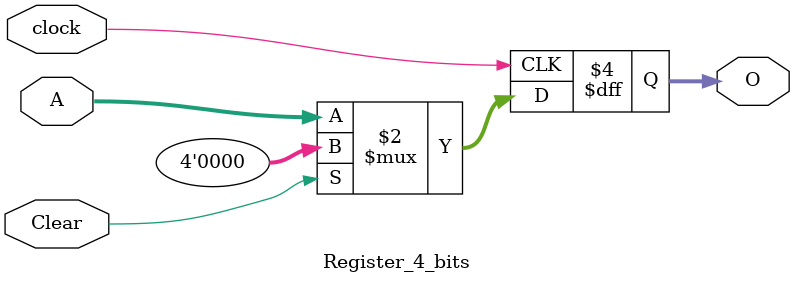
<source format=sv>
module Register_4_bits(
input logic [3:0]A,
input logic clock, Clear,
output logic [3:0]O
);
logic [3:0]O_intermediario;

/*
always_ff @ (negedge clock)
begin
	O_intermediario <= A;

end
*/

always_ff @ (posedge clock)
begin
	O <= A;
	if (Clear)
	begin
	O <= 4'b0000;
	end
end

endmodule

</source>
